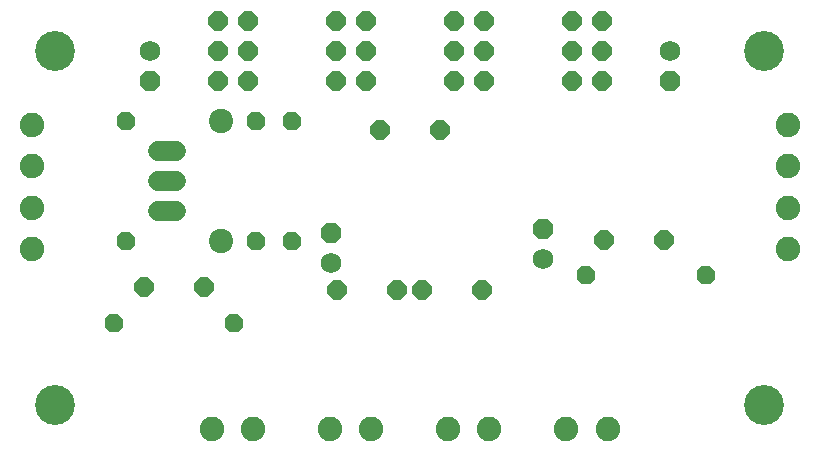
<source format=gbs>
G04 EAGLE Gerber RS-274X export*
G75*
%MOMM*%
%FSLAX34Y34*%
%LPD*%
%INSoldermask Bottom*%
%IPPOS*%
%AMOC8*
5,1,8,0,0,1.08239X$1,22.5*%
G01*
%ADD10C,3.377000*%
%ADD11P,1.761049X8X22.500000*%
%ADD12C,2.077000*%
%ADD13P,1.761049X8X202.500000*%
%ADD14P,1.685281X8X22.500000*%
%ADD15C,1.651000*%
%ADD16C,2.057400*%
%ADD17P,1.685281X8X112.500000*%
%ADD18P,1.685281X8X292.500000*%
%ADD19P,1.787026X8X292.500000*%
%ADD20P,1.869504X8X112.500000*%
%ADD21C,1.727200*%
%ADD22P,1.869504X8X292.500000*%


D10*
X50000Y350000D03*
X50000Y50000D03*
X650000Y50000D03*
X650000Y350000D03*
D11*
X288600Y148000D03*
X339400Y148000D03*
D12*
X670000Y287500D03*
X670000Y252500D03*
X670000Y217500D03*
X670000Y182500D03*
X217500Y30000D03*
X182500Y30000D03*
X317500Y30000D03*
X282500Y30000D03*
X417500Y30000D03*
X382500Y30000D03*
X517500Y30000D03*
X482500Y30000D03*
D13*
X175400Y150000D03*
X124600Y150000D03*
D14*
X99200Y120000D03*
X200800Y120000D03*
D15*
X152220Y265400D02*
X136980Y265400D01*
X136980Y240000D02*
X152220Y240000D01*
X152220Y214600D02*
X136980Y214600D01*
D16*
X190000Y290800D03*
X190000Y189200D03*
D13*
X375400Y283000D03*
X324600Y283000D03*
D17*
X110000Y189200D03*
X110000Y290800D03*
D18*
X250000Y290800D03*
X250000Y189200D03*
X220000Y290800D03*
X220000Y189200D03*
D12*
X30000Y252500D03*
X30000Y287500D03*
X30000Y182500D03*
X30000Y217500D03*
D19*
X187300Y375400D03*
X212700Y375400D03*
X187300Y350000D03*
X212700Y350000D03*
X187300Y324600D03*
X212700Y324600D03*
X287300Y375400D03*
X312700Y375400D03*
X287300Y350000D03*
X312700Y350000D03*
X287300Y324600D03*
X312700Y324600D03*
X387300Y375400D03*
X412700Y375400D03*
X387300Y350000D03*
X412700Y350000D03*
X387300Y324600D03*
X412700Y324600D03*
X487300Y375400D03*
X512700Y375400D03*
X487300Y350000D03*
X512700Y350000D03*
X487300Y324600D03*
X512700Y324600D03*
D20*
X283000Y195700D03*
D21*
X283000Y170300D03*
D13*
X565400Y190000D03*
X514600Y190000D03*
X411400Y148000D03*
X360600Y148000D03*
D14*
X499200Y160000D03*
X600800Y160000D03*
D20*
X463000Y199700D03*
D21*
X463000Y174300D03*
D22*
X130000Y324300D03*
D21*
X130000Y349700D03*
D22*
X570000Y324300D03*
D21*
X570000Y349700D03*
M02*

</source>
